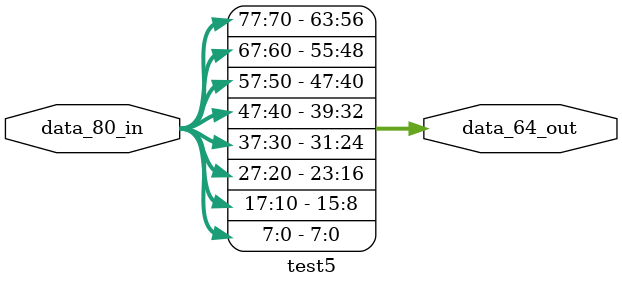
<source format=v>


module test5(
data_80_in,
data_64_out);

input  [79:0] data_80_in;
output [63:0] data_64_out;


assign data_64_out = {data_80_in[77] , data_80_in[76] , data_80_in[75] , data_80_in[74] , data_80_in[73] , data_80_in[72] , data_80_in[71] , data_80_in[70] ,
data_80_in[67] , data_80_in[66] , data_80_in[65] , data_80_in[64] , data_80_in[63] , data_80_in[62] , data_80_in[61] , data_80_in[60] ,
data_80_in[57] , data_80_in[56] , data_80_in[55] , data_80_in[54] , data_80_in[53] , data_80_in[52] , data_80_in[51] , data_80_in[50] ,
data_80_in[47] , data_80_in[46] , data_80_in[45] , data_80_in[44] , data_80_in[43] , data_80_in[42] , data_80_in[41] , data_80_in[40] ,  
data_80_in[37] , data_80_in[36] , data_80_in[35] , data_80_in[34] , data_80_in[33] ,data_80_in[32] ,data_80_in[31] , data_80_in[30] , 
data_80_in[27] , data_80_in[26] ,  data_80_in[25] ,  data_80_in[24] ,  data_80_in[23] ,  data_80_in[22] ,  data_80_in[21] , data_80_in[20] ,
data_80_in[17] , data_80_in[16] , data_80_in[15] , data_80_in[14] , data_80_in[13] , data_80_in[12] , data_80_in[11] ,data_80_in[10],
data_80_in[7] , data_80_in[6] , data_80_in[5] , data_80_in[4] , data_80_in[3] , data_80_in[2] , data_80_in[1] , data_80_in[0]};

endmodule


</source>
